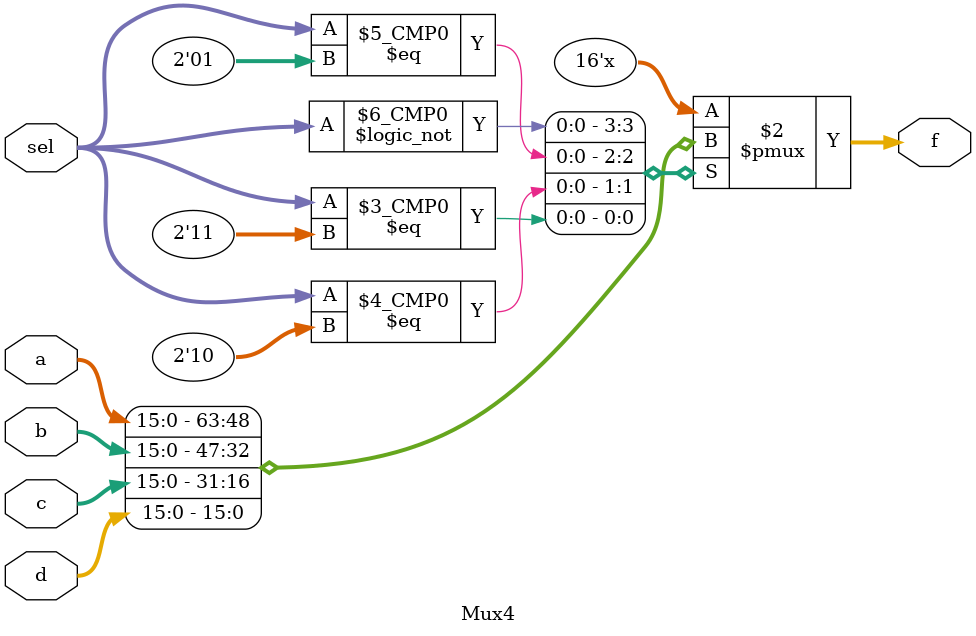
<source format=sv>
module Mux4 #(parameter width = 16) (
    input logic[width - 1:0] a, b, c, d,
    input logic[1:0] sel,
    output logic[width - 1:0] f
);

always_comb
begin
    case(sel)
        2'b00: begin
            f = a;
        end
        2'b01: begin
            f = b;
        end
        2'b10: begin
            f = c;
        end
        2'b11: begin
            f = d;
        end
    endcase
end

endmodule : Mux4

</source>
